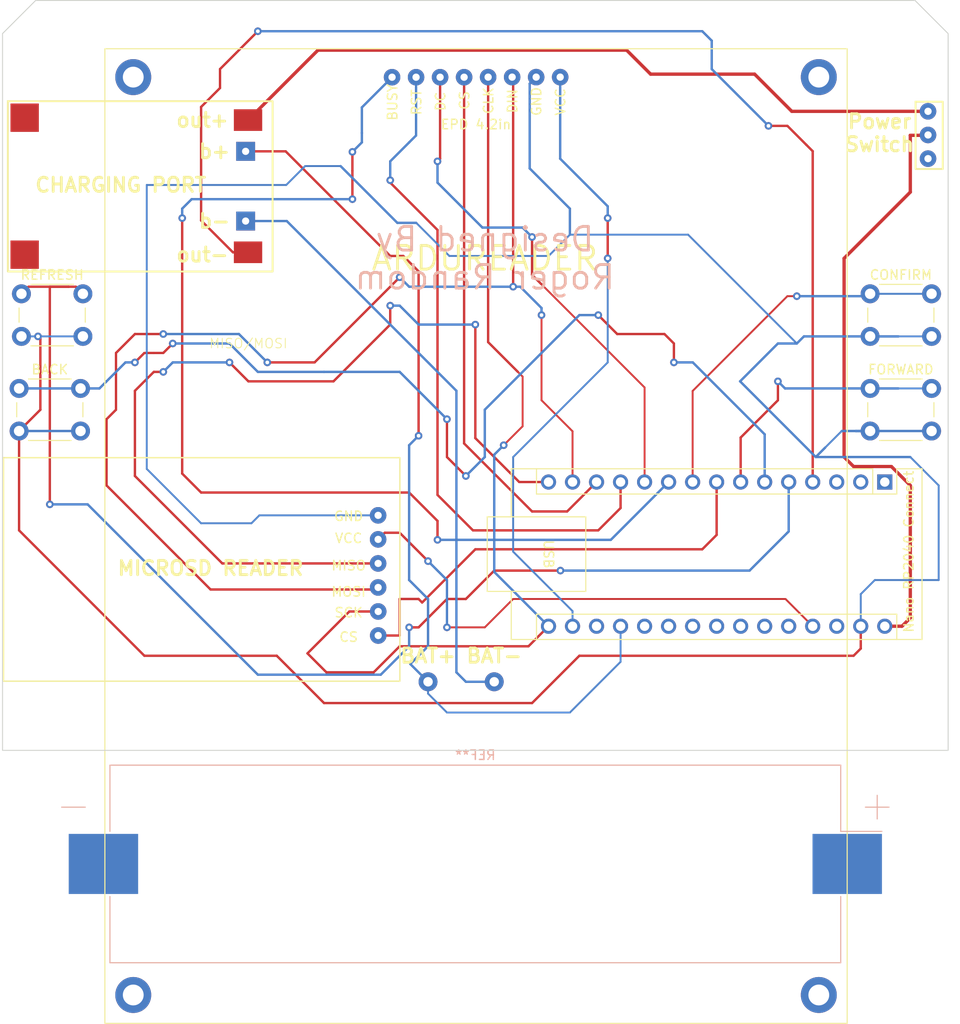
<source format=kicad_pcb>
(kicad_pcb (version 20211014) (generator pcbnew)
  (layers (0 "F.Cu" signal) (31 "B.Cu" signal) (34 "B.Paste" user) (35 "F.Paste" user) (36 "B.SilkS" user "B.Silkscreen") (37 "F.SilkS" user "F.Silkscreen") (38 "B.Mask" user) (39 "F.Mask" user) (44 "Edge.Cuts" user))
  (net 0 "")
  (footprint "" (layer "F.Cu") (at 66.34 52.138)
    (fp_text reference "" (at 0 0) (layer "F.SilkS") (effects (font (size 1.27 1.27))))
    (fp_text value "" (at 0 0) (layer "F.SilkS") (effects (font (size 1.27 1.27))))
    (pad "1" smd rect (at 0 0) (size 3 3) (layers "F.Cu" "F.Paste" "F.Mask"))
  )
  (footprint "" (layer "F.Cu") (at 109 111.75)
    (fp_text reference "" (at 0 0) (layer "F.SilkS") (effects (font (size 1.27 1.27))))
    (fp_text value "" (at 0 0) (layer "F.SilkS") (effects (font (size 1.27 1.27))))
    (pad "1" thru_hole circle locked (at 0 0 270) (size 2 2) (drill 1) (layers *.Cu *.Mask))
  )
  (footprint "" (layer "F.Cu") (at 66.34 66.616)
    (fp_text reference "" (at 0 0) (layer "F.SilkS") (effects (font (size 1.27 1.27))))
    (fp_text value "" (at 0 0) (layer "F.SilkS") (effects (font (size 1.27 1.27))))
    (pad "1" smd rect (at 0 0) (size 3 3) (layers "F.Cu" "F.Paste" "F.Mask"))
  )
  (footprint "" (layer "F.Cu") (at 103.72 96.702 -90)
    (fp_text reference "" (at 0 0 90) (layer "F.SilkS") (effects (font (size 1.27 1.27))))
    (fp_text value "" (at 0 0 90) (layer "F.SilkS") (effects (font (size 1.27 1.27))))
    (pad "2" thru_hole circle locked (at 0 0 270) (size 1.75 1.75) (drill 0.762) (layers F&B.Cu *.Mask))
  )
  (footprint "" (layer "F.Cu") (at 89.708 63.06 180)
    (fp_text reference "" (at 0 0) (layer "F.SilkS") (effects (font (size 1.27 1.27))))
    (fp_text value "" (at 0 0) (layer "F.SilkS") (effects (font (size 1.27 1.27))))
    (pad "1" thru_hole rect (at 0 0 180) (size 2 2) (drill 0.762) (layers F&B.Cu *.Mask))
  )
  (footprint "" (layer "F.Cu") (at 89.962 66.362)
    (fp_text reference "" (at 0 0) (layer "F.SilkS") (effects (font (size 1.27 1.27))))
    (fp_text value "" (at 0 0) (layer "F.SilkS") (effects (font (size 1.27 1.27))))
    (pad "1" smd rect (at 0 0) (size 3 2.286) (layers "F.Cu" "F.Paste" "F.Mask"))
  )
  (footprint "" (layer "F.Cu") (at 103.72 99.242 -90)
    (fp_text reference "" (at 0 0 90) (layer "F.SilkS") (effects (font (size 1.27 1.27))))
    (fp_text value "" (at 0 0 90) (layer "F.SilkS") (effects (font (size 1.27 1.27))))
    (pad "3" thru_hole circle locked (at 0 0 270) (size 1.75 1.75) (drill 0.762) (layers F&B.Cu *.Mask))
  )
  (footprint "" (layer "F.Cu") (at 103.73 104.322 -90)
    (fp_text reference "" (at 0 0 90) (layer "F.SilkS") (effects (font (size 1.27 1.27))))
    (fp_text value "" (at 0 0 90) (layer "F.SilkS") (effects (font (size 1.27 1.27))))
    (pad "5" thru_hole circle locked (at 0 0 270) (size 1.75 1.75) (drill 0.762) (layers F&B.Cu *.Mask))
  )
  (footprint "" (layer "F.Cu") (at 103.72 94.162 -90)
    (fp_text reference "" (at 0 0 90) (layer "F.SilkS") (effects (font (size 1.27 1.27))))
    (fp_text value "" (at 0 0 90) (layer "F.SilkS") (effects (font (size 1.27 1.27))))
    (pad "1" thru_hole circle locked (at 0 0 270) (size 1.75 1.75) (drill 0.762) (layers F&B.Cu *.Mask))
  )
  (footprint "Display:EPD 4.2in" (layer "F.Cu") (at 114.074 96.35 180)
    (fp_text reference "EPD 4.2in" (at 0.01 43.5 unlocked) (layer "F.SilkS"))
    (fp_text value "EPD 4.2in")
    (fp_text user "GND" (at -6.392858 45.93 90 unlocked) (layer "F.SilkS"))
    (fp_text user "VCC" (at -8.93 45.88 90 unlocked) (layer "F.SilkS"))
    (fp_text user "DC" (at 3.75571 45.93 90 unlocked) (layer "F.SilkS"))
    (fp_text user "CS" (at 1.218568 46.04 90 unlocked) (layer "F.SilkS"))
    (fp_text user "BUSY" (at 8.83 45.84 90 unlocked) (layer "F.SilkS"))
    (fp_text user "DIN" (at -3.855716 45.96 90 unlocked) (layer "F.SilkS"))
    (fp_text user "CLK" (at -1.318574 46.01 90 unlocked) (layer "F.SilkS"))
    (fp_text user "RST" (at 6.292852 45.84 90 unlocked) (layer "F.SilkS"))
    (fp_rect (start -39.25 -51.5) (end 39.25 51.5) (layer "F.SilkS") (width 0.12) (fill none))
    (pad "" thru_hole circle (at -36.25 48.5 180) (size 3.8 3.8) (drill 2.2) (layers F&B.Cu *.Mask))
    (pad "" thru_hole circle (at -36.25 -48.5 180) (size 3.8 3.8) (drill 2.2) (layers F&B.Cu *.Mask))
    (pad "" thru_hole circle (at 36.25 48.5 180) (size 3.8 3.8) (drill 2.2) (layers F&B.Cu *.Mask))
    (pad "" thru_hole circle (at 36.25 -48.5 180) (size 3.8 3.8) (drill 2.2) (layers F&B.Cu *.Mask))
    (pad "1" thru_hole circle (at -8.9 48.5 180) (size 1.75 1.75) (drill 0.768) (layers F&B.Cu *.Mask "Eco2.User"))
    (pad "2" thru_hole circle (at -6.36 48.5 180) (size 1.75 1.75) (drill 0.768) (layers F&B.Cu *.Mask "Eco2.User"))
    (pad "3" thru_hole circle (at -3.82 48.5 180) (size 1.75 1.75) (drill 0.768) (layers F&B.Cu *.Mask "Eco2.User"))
    (pad "4" thru_hole circle (at -1.28 48.5 180) (size 1.75 1.75) (drill 0.768) (layers F&B.Cu *.Mask "Eco2.User"))
    (pad "5" thru_hole circle (at 1.26 48.49 180) (size 1.75 1.75) (drill 0.768) (layers F&B.Cu *.Mask "Eco2.User"))
    (pad "6" thru_hole circle (at 3.8 48.49 180) (size 1.75 1.75) (drill 0.768) (layers F&B.Cu *.Mask "Eco2.User"))
    (pad "7" thru_hole circle (at 6.34 48.49 180) (size 1.75 1.75) (drill 0.768) (layers F&B.Cu *.Mask "Eco2.User"))
    (pad "8" thru_hole circle (at 8.88 48.49 180) (size 1.75 1.75) (drill 0.768) (layers F&B.Cu *.Mask "Eco2.User"))
  )
  (footprint "Button_Switch_THT:SW_PUSH_6mm" (layer "F.Cu") (at 65.75 80.75)
    (fp_text reference "BACK" (at 3.25 -2) (layer "F.SilkS"))
    (fp_text value "SW_PUSH_6mm")
    (fp_line (start 5.5 -1) (end 1 -1) (layer "F.SilkS") (width 0.12))
    (fp_line (start 1 5.5) (end 5.5 5.5) (layer "F.SilkS") (width 0.12))
    (fp_line (start -0.25 1.5) (end -0.25 3) (layer "F.SilkS") (width 0.12))
    (fp_line (start 6.75 3) (end 6.75 1.5) (layer "F.SilkS") (width 0.12))
    (pad "1" thru_hole circle (at 6.5 0 90) (size 2 2) (drill 1.1) (layers *.Cu *.Mask))
    (pad "1" thru_hole circle (at 0 0 90) (size 2 2) (drill 1.1) (layers *.Cu *.Mask))
    (pad "2" thru_hole circle (at 6.5 4.5 90) (size 2 2) (drill 1.1) (layers *.Cu *.Mask))
    (pad "2" thru_hole circle (at 0 4.5 90) (size 2 2) (drill 1.1) (layers *.Cu *.Mask))
  )
  (footprint "" (layer "F.Cu") (at 161.875 51.464)
    (fp_text reference "" (at 0 0) (layer "F.SilkS") (effects (font (size 1.27 1.27))))
    (fp_text value "" (at 0 0) (layer "F.SilkS") (effects (font (size 1.27 1.27))))
    (pad "1" thru_hole circle (at 0 0) (size 1.75 1.75) (drill 0.768) (layers F&B.Cu *.Mask "Eco2.User"))
  )
  (footprint "Button_Switch_THT:SW_PUSH_6mm" (layer "F.Cu") (at 66 70.75)
    (fp_text reference "REFRESH" (at 3.25 -2) (layer "F.SilkS"))
    (fp_text value "SW_PUSH_6mm")
    (fp_line (start 5.5 -1) (end 1 -1) (layer "F.SilkS") (width 0.12))
    (fp_line (start 1 5.5) (end 5.5 5.5) (layer "F.SilkS") (width 0.12))
    (fp_line (start -0.25 1.5) (end -0.25 3) (layer "F.SilkS") (width 0.12))
    (fp_line (start 6.75 3) (end 6.75 1.5) (layer "F.SilkS") (width 0.12))
    (pad "1" thru_hole circle (at 0 0 90) (size 2 2) (drill 1.1) (layers F&B.Cu *.Mask))
    (pad "1" thru_hole circle (at 6.5 0 90) (size 2 2) (drill 1.1) (layers F&B.Cu *.Mask))
    (pad "2" thru_hole circle (at 6.5 4.5 90) (size 2 2) (drill 1.1) (layers F&B.Cu *.Mask))
    (pad "2" thru_hole circle (at 0 4.5 90) (size 2 2) (drill 1.1) (layers F&B.Cu *.Mask))
  )
  (footprint "" (layer "F.Cu") (at 116 111.75)
    (fp_text reference "" (at -2 0) (layer "F.SilkS") (effects (font (size 1.27 1.27))))
    (fp_text value "" (at -2 0) (layer "F.SilkS") (effects (font (size 1.27 1.27))))
    (pad "2" thru_hole circle locked (at 0 0 270) (size 2 2) (drill 1) (layers *.Cu *.Mask))
  )
  (footprint "Button_Switch_THT:SW_PUSH_6mm" (layer "F.Cu") (at 155.75 80.75)
    (fp_text reference "FORWARD" (at 3.25 -2) (layer "F.SilkS"))
    (fp_text value "SW_PUSH_6mm")
    (fp_line (start -0.25 1.5) (end -0.25 3) (layer "F.SilkS") (width 0.12))
    (fp_line (start 5.5 -1) (end 1 -1) (layer "F.SilkS") (width 0.12))
    (fp_line (start 6.75 3) (end 6.75 1.5) (layer "F.SilkS") (width 0.12))
    (fp_line (start 1 5.5) (end 5.5 5.5) (layer "F.SilkS") (width 0.12))
    (pad "1" thru_hole circle (at 6.5 0 90) (size 2 2) (drill 1.1) (layers F&B.Cu *.Mask))
    (pad "1" thru_hole circle (at 0 0 90) (size 2 2) (drill 1.1) (layers F&B.Cu *.Mask))
    (pad "2" thru_hole circle (at 6.5 4.5 90) (size 2 2) (drill 1.1) (layers F&B.Cu *.Mask))
    (pad "2" thru_hole circle (at 0 4.5 90) (size 2 2) (drill 1.1) (layers F&B.Cu *.Mask))
  )
  (footprint "" (layer "F.Cu") (at 103.72 101.782 -90)
    (fp_text reference "" (at 0 0 90) (layer "F.SilkS") (effects (font (size 1.27 1.27))))
    (fp_text value "" (at 0 0 90) (layer "F.SilkS") (effects (font (size 1.27 1.27))))
    (pad "4" thru_hole circle locked (at 0 0 270) (size 1.75 1.75) (drill 0.762) (layers F&B.Cu *.Mask))
  )
  (footprint "" (layer "F.Cu") (at 103.73 106.862 -90)
    (fp_text reference "" (at 0 0 90) (layer "F.SilkS") (effects (font (size 1.27 1.27))))
    (fp_text value "" (at 0 0 90) (layer "F.SilkS") (effects (font (size 1.27 1.27))))
    (pad "6" thru_hole circle locked (at 0 0 270) (size 1.75 1.75) (drill 0.762) (layers F&B.Cu *.Mask))
  )
  (footprint "Module:Arduino_Nano" (layer "F.Cu") (at 157.3 90.64 -90)
    (fp_text reference "Nano RP2040 Connect" (at 7.356 -2.54 90) (layer "F.SilkS"))
    (fp_text value "Arduino_Nano")
    (fp_text user "USB" (at 7.62 35.56 -90 unlocked) (layer "F.SilkS"))
    (fp_line (start 13.97 -1.27) (end 16.64 -1.27) (layer "F.SilkS") (width 0.12))
    (fp_line (start 13.97 36.83) (end 16.64 36.83) (layer "F.SilkS") (width 0.12))
    (fp_line (start 3.68 31.62) (end 11.56 31.62) (layer "F.SilkS") (width 0.12))
    (fp_line (start 13.97 -1.27) (end 13.97 36.83) (layer "F.SilkS") (width 0.12))
    (fp_line (start -1.4 -3.94) (end -1.4 -1.27) (layer "F.SilkS") (width 0.12))
    (fp_line (start 1.27 1.27) (end 1.27 36.83) (layer "F.SilkS") (width 0.12))
    (fp_line (start 11.56 31.62) (end 11.56 42.04) (layer "F.SilkS") (width 0.12))
    (fp_line (start -1.4 1.27) (end -1.4 39.5) (layer "F.SilkS") (width 0.12))
    (fp_line (start 1.27 36.83) (end -1.4 36.83) (layer "F.SilkS") (width 0.12))
    (fp_line (start 1.27 1.27) (end 1.27 -1.27) (layer "F.SilkS") (width 0.12))
    (fp_line (start -1.4 39.5) (end 3.68 39.5) (layer "F.SilkS") (width 0.12))
    (fp_line (start 11.56 42.04) (end 3.68 42.04) (layer "F.SilkS") (width 0.12))
    (fp_line (start 1.27 1.27) (end -1.4 1.27) (layer "F.SilkS") (width 0.12))
    (fp_line (start 1.27 -1.27) (end -1.4 -1.27) (layer "F.SilkS") (width 0.12))
    (fp_line (start 16.64 39.5) (end 16.64 -3.94) (layer "F.SilkS") (width 0.12))
    (fp_line (start 3.68 42.04) (end 3.68 31.62) (layer "F.SilkS") (width 0.12))
    (fp_line (start 16.64 39.5) (end 11.56 39.5) (layer "F.SilkS") (width 0.12))
    (fp_line (start 16.64 -3.94) (end -1.4 -3.94) (layer "F.SilkS") (width 0.12))
    (pad "1" thru_hole rect locked (at 0 0 270) (size 1.6 1.6) (drill 1) (layers F&B.Cu *.Mask))
    (pad "2" thru_hole oval locked (at 0 2.54 270) (size 1.6 1.6) (drill 1) (layers F&B.Cu *.Mask))
    (pad "3" thru_hole oval locked (at 0 5.08 270) (size 1.6 1.6) (drill 1) (layers F&B.Cu *.Mask))
    (pad "4" thru_hole oval locked (at 0 7.62 270) (size 1.6 1.6) (drill 1) (layers F&B.Cu *.Mask))
    (pad "5" thru_hole oval locked (at 0 10.16 270) (size 1.6 1.6) (drill 1) (layers F&B.Cu *.Mask))
    (pad "6" thru_hole oval locked (at 0 12.7 270) (size 1.6 1.6) (drill 1) (layers F&B.Cu *.Mask))
    (pad "7" thru_hole oval locked (at 0 15.24 270) (size 1.6 1.6) (drill 1) (layers F&B.Cu *.Mask))
    (pad "8" thru_hole oval locked (at 0 17.78 270) (size 1.6 1.6) (drill 1) (layers F&B.Cu *.Mask))
    (pad "9" thru_hole oval locked (at 0 20.32 270) (size 1.6 1.6) (drill 1) (layers F&B.Cu *.Mask))
    (pad "10" thru_hole oval locked (at 0 22.86 270) (size 1.6 1.6) (drill 1) (layers F&B.Cu *.Mask))
    (pad "11" thru_hole oval locked (at 0 25.4 270) (size 1.6 1.6) (drill 1) (layers F&B.Cu *.Mask))
    (pad "12" thru_hole oval locked (at 0 27.94 270) (size 1.6 1.6) (drill 1) (layers F&B.Cu *.Mask))
    (pad "13" thru_hole oval locked (at 0 30.48 270) (size 1.6 1.6) (drill 1) (layers F&B.Cu *.Mask))
    (pad "14" thru_hole oval locked (at 0 33.02 270) (size 1.6 1.6) (drill 1) (layers F&B.Cu *.Mask))
    (pad "15" thru_hole oval locked (at 0 35.56 270) (size 1.6 1.6) (drill 1) (layers F&B.Cu *.Mask))
    (pad "16" thru_hole oval locked (at 15.24 35.56 270) (size 1.6 1.6) (drill 1) (layers F&B.Cu *.Mask))
    (pad "17" thru_hole oval locked (at 15.24 33.02 270) (size 1.6 1.6) (drill 1) (layers F&B.Cu *.Mask))
    (pad "18" thru_hole oval locked (at 15.24 30.48 270) (size 1.6 1.6) (drill 1) (layers F&B.Cu *.Mask))
    (pad "19" thru_hole oval locked (at 15.24 27.94 270) (size 1.6 1.6) (drill 1) (layers F&B.Cu *.Mask))
    (pad "20" thru_hole oval locked (at 15.24 25.4 270) (size 1.6 1.6) (drill 1) (layers F&B.Cu *.Mask))
    (pad "21" thru_hole oval locked (at 15.24 22.86 270) (size 1.6 1.6) (drill 1) (layers F&B.Cu *.Mask))
    (pad "22" thru_hole oval locked (at 15.24 20.32 270) (size 1.6 1.6) (drill 1) (layers F&B.Cu *.Mask))
    (pad "23" thru_hole oval locked (at 15.24 17.78 270) (size 1.6 1.6) (drill 1) (layers F&B.Cu *.Mask))
    (pad "24" thru_hole oval locked (at 15.24 15.24 270) (size 1.6 1.6) (drill 1) (layers F&B.Cu *.Mask))
    (pad "25" thru_hole oval locked (at 15.24 12.7 270) (size 1.6 1.6) (drill 1) (layers F&B.Cu *.Mask))
    (pad "26" thru_hole oval locked (at 15.24 10.16 270) (size 1.6 1.6) (drill 1) (layers F&B.Cu *.Mask))
    (pad "27" thru_hole oval locked (at 15.24 7.62 270) (size 1.6 1.6) (drill 1) (layers F&B.Cu *.Mask))
    (pad "28" thru_hole oval locked (at 15.24 5.08 270) (size 1.6 1.6) (drill 1) (layers F&B.Cu *.Mask))
    (pad "29" thru_hole oval locked (at 15.24 2.54 270) (size 1.6 1.6) (drill 1) (layers F&B.Cu *.Mask))
    (pad "30" thru_hole oval locked (at 15.24 0 270) (size 1.6 1.6) (drill 1) (layers F&B.Cu *.Mask))
  )
  (footprint "" (layer "F.Cu") (at 161.875 56.464)
    (fp_text reference "" (at 0 0) (layer "F.SilkS") (effects (font (size 1.27 1.27))))
    (fp_text value "" (at 0 0) (layer "F.SilkS") (effects (font (size 1.27 1.27))))
    (pad "3" thru_hole circle (at 0 0) (size 1.75 1.75) (drill 0.768) (layers F&B.Cu *.Mask "Eco2.User"))
  )
  (footprint "" (layer "F.Cu") (at 161.875 53.964)
    (fp_text reference "" (at 0 0) (layer "F.SilkS") (effects (font (size 1.27 1.27))))
    (fp_text value "" (at 0 0) (layer "F.SilkS") (effects (font (size 1.27 1.27))))
    (pad "2" thru_hole circle (at 0 0) (size 1.75 1.75) (drill 0.768) (layers F&B.Cu *.Mask "Eco2.User"))
  )
  (footprint "" (layer "F.Cu") (at 89.962 52.392 180)
    (fp_text reference "" (at 0 0) (layer "F.SilkS") (effects (font (size 1.27 1.27))))
    (fp_text value "" (at 0 0) (layer "F.SilkS") (effects (font (size 1.27 1.27))))
    (pad "1" smd rect (at 0 0) (size 3 2.286) (layers "F.Cu" "F.Paste" "F.Mask"))
  )
  (footprint "" (layer "F.Cu") (at 89.708 55.694 180)
    (fp_text reference "" (at 0 0) (layer "F.SilkS") (effects (font (size 1.27 1.27))))
    (fp_text value "" (at 0 0) (layer "F.SilkS") (effects (font (size 1.27 1.27))))
    (pad "1" thru_hole rect (at 0 0 180) (size 2 2) (drill 0.762) (layers F&B.Cu *.Mask))
  )
  (footprint "Button_Switch_THT:SW_PUSH_6mm" (layer "F.Cu") (at 155.75 70.75)
    (fp_text reference "CONFIRM" (at 3.25 -2) (layer "F.SilkS"))
    (fp_text value "SW_PUSH_6mm")
    (fp_line (start 1 5.5) (end 5.5 5.5) (layer "F.SilkS") (width 0.12))
    (fp_line (start 5.5 -1) (end 1 -1) (layer "F.SilkS") (width 0.12))
    (fp_line (start 6.75 3) (end 6.75 1.5) (layer "F.SilkS") (width 0.12))
    (fp_line (start -0.25 1.5) (end -0.25 3) (layer "F.SilkS") (width 0.12))
    (pad "1" thru_hole circle (at 0 0 90) (size 2 2) (drill 1.1) (layers F&B.Cu *.Mask))
    (pad "1" thru_hole circle (at 6.5 0 90) (size 2 2) (drill 1.1) (layers F&B.Cu *.Mask))
    (pad "2" thru_hole circle (at 0 4.5 90) (size 2 2) (drill 1.1) (layers F&B.Cu *.Mask))
    (pad "2" thru_hole circle (at 6.5 4.5 90) (size 2 2) (drill 1.1) (layers F&B.Cu *.Mask))
  )
  (footprint "Battery:BatteryHolder_Keystone_1042_1x18650" (layer "B.Cu") (at 114 131 180)
    (fp_text reference "REF**" (at 0 11.5) (layer "B.SilkS") (effects (justify mirror)))
    (fp_text value "BatteryHolder_Keystone_1042_1x18650")
    (fp_line (start -38.64 3.44) (end -43 3.44) (layer "B.SilkS") (width 0.12))
    (fp_line (start -38.64 -10.44) (end -38.64 -3.44) (layer "B.SilkS") (width 0.12))
    (fp_line (start -42.5 4.75) (end -42.5 7.25) (layer "B.SilkS") (width 0.12))
    (fp_line (start 38.64 -10.44) (end -38.64 -10.44) (layer "B.SilkS") (width 0.12))
    (fp_line (start -43.75 6) (end -41.25 6) (layer "B.SilkS") (width 0.12))
    (fp_line (start -38.64 10.44) (end -38.64 3.44) (layer "B.SilkS") (width 0.12))
    (fp_line (start 38.64 10.44) (end -38.64 10.44) (layer "B.SilkS") (width 0.12))
    (fp_line (start 43.75 6) (end 41.25 6) (layer "B.SilkS") (width 0.12))
    (fp_line (start 38.64 -3.44) (end 38.64 -10.44) (layer "B.SilkS") (width 0.12))
    (fp_line (start 38.64 3.44) (end 38.64 10.42) (layer "B.SilkS") (width 0.12))
    (pad "" np_thru_hole circle (at -27.6 -8 180) (size 3.45 3.45) (drill 3.45) (layers *.Cu *.Mask))
    (pad "" np_thru_hole circle (at 27.6 8 180) (size 3.45 3.45) (drill 3.45) (layers *.Cu *.Mask))
    (pad "" np_thru_hole circle (at -35.93 8 180) (size 2.39 2.39) (drill 2.39) (layers *.Cu *.Mask))
    (pad "1" smd rect (at -39.33 0 180) (size 7.34 6.35) (layers "B.Cu" "B.Paste" "B.Mask"))
    (pad "2" smd rect (at 39.33 0 180) (size 7.34 6.35) (layers "B.Cu" "B.Paste" "B.Mask"))
  )
  (gr_rect (start 64.11 88.066) (end 106.02 111.688) (layer "F.SilkS") (width 0.15) (fill none))
  (gr_rect (start 64.562 68.394) (end 92.562 50.394) (layer "F.SilkS") (width 0.2) (fill none))
  (gr_rect (start 160.56 50.448) (end 163.43 57.56) (layer "F.SilkS") (width 0.2) (fill none))
  (gr_poly (pts (xy 164 43.25) (xy 164 119) (xy 64 119) (xy 64 43.25) (xy 67.5 39.75) (xy 160.5 39.75)) (layer "Edge.Cuts") (width 0.1) (fill none))
  (gr_text "Designed By\nRoger Random" (at 115 67) (layer "B.SilkS") (effects (font (size 2.5 2.5) (thickness 0.3)) (justify mirror)))
  (gr_text "CS" (at 100.6 107.022) (layer "F.SilkS") (effects (font (size 1 1))))
  (gr_text "ARDUREADER" (at 115 67) (layer "F.SilkS") (effects (font (size 2.5 2.5) (thickness 0.3))))
  (gr_text "GND" (at 100.6 94.252) (layer "F.SilkS") (effects (font (size 1 1))))
  (gr_text "b+" (at 86.406 55.694) (layer "F.SilkS") (effects (font (size 1.5 1.5) (thickness 0.3))))
  (gr_text "VCC" (at 100.6 96.582) (layer "F.SilkS") (effects (font (size 1 1))))
  (gr_text "out+" (at 85.136 52.392) (layer "F.SilkS") (effects (font (size 1.5 1.5) (thickness 0.3))))
  (gr_text "MICROSD READER" (at 86 99.75) (layer "F.SilkS") (effects (font (size 1.5 1.5) (thickness 0.3))))
  (gr_text "BAT+" (at 109 109) (layer "F.SilkS") (effects (font (size 1.5 1.5) (thickness 0.3))))
  (gr_text "b-" (at 86.406 63.06) (layer "F.SilkS") (effects (font (size 1.5 1.5) (thickness 0.3))))
  (gr_text "CHARGING PORT" (at 76.5 59.25) (layer "F.SilkS") (effects (font (size 1.5 1.5) (thickness 0.3))))
  (gr_text "out-" (at 85.136 66.616) (layer "F.SilkS") (effects (font (size 1.5 1.5) (thickness 0.3))))
  (gr_text "MISO" (at 100.6 99.472) (layer "F.SilkS") (effects (font (size 1 1))))
  (gr_text "MISO/MOSI" (at 90 76) (layer "F.SilkS") (effects (font (size 1 1) (thickness 0.1))))
  (gr_text "Power\nSwitch" (at 156.75 53.75) (layer "F.SilkS") (effects (font (size 1.5 1.5) (thickness 0.3))))
  (gr_text "MOSI" (at 100.6 102.242) (layer "F.SilkS") (effects (font (size 1 1))))
  (gr_text "SCK" (at 100.6 104.442) (layer "F.SilkS") (effects (font (size 1 1))))
  (gr_text "BAT-" (at 116 109) (layer "F.SilkS") (effects (font (size 1.5 1.5) (thickness 0.3))))
  (segment (start 147 53) (end 145 53) (width 0.25) (layer "F.Cu") (net 0))
  (segment (start 106 103) (end 106 106.862) (width 0.25) (layer "F.Cu") (net 0))
  (segment (start 81 75) (end 78 75) (width 0.25) (layer "F.Cu") (net 0))
  (segment (start 83 89.75) (end 85 91.75) (width 0.25) (layer "F.Cu") (net 0))
  (segment (start 115.354 75.854) (end 118.5 79) (width 0.25) (layer "F.Cu") (net 0))
  (segment (start 81 77) (end 82 76) (width 0.25) (layer "F.Cu") (net 0))
  (segment (start 76 83) (end 75 84) (width 0.25) (layer "F.Cu") (net 0))
  (segment (start 127 95.75) (end 129.36 93.39) (width 0.25) (layer "F.Cu") (net 0))
  (segment (start 154.76 108.24) (end 154.76 105.88) (width 0.25) (layer "F.Cu") (net 0))
  (segment (start 161.839 54) (end 160 54) (width 0.35) (layer "F.Cu") (net 0))
  (segment (start 80 79) (end 81 79) (width 0.25) (layer "F.Cu") (net 0))
  (segment (start 113.75 95.75) (end 127 95.75) (width 0.25) (layer "F.Cu") (net 0))
  (segment (start 153 88) (end 154 89) (width 0.35) (layer "F.Cu") (net 0))
  (segment (start 160 54) (end 160 60) (width 0.35) (layer "F.Cu") (net 0))
  (segment (start 110.274 56.476) (end 110 56.75) (width 0.25) (layer "F.Cu") (net 0))
  (segment (start 91 43) (end 87 47) (width 0.25) (layer "F.Cu") (net 0))
  (segment (start 136.98 81.02) (end 147 71) (width 0.2) (layer "F.Cu") (net 0))
  (segment (start 112.814 86.564) (end 120 93.75) (width 0.25) (layer "F.Cu") (net 0))
  (segment (start 136.98 90.64) (end 136.98 81.02) (width 0.2) (layer "F.Cu") (net 0))
  (segment (start 111 84) (end 111 86) (width 0.25) (layer "F.Cu") (net 0))
  (segment (start 120 114) (end 125 109) (width 0.25) (layer "F.Cu") (net 0))
  (segment (start 123.71 93.75) (end 126.82 90.64) (width 0.25) (layer "F.Cu") (net 0))
  (segment (start 86 102) (end 103.502 102) (width 0.25) (layer "F.Cu") (net 0))
  (segment (start 106.375 66.75) (end 108 68.375) (width 0.25) (layer "F.Cu") (net 0))
  (segment (start 99 80) (end 90 80) (width 0.25) (layer "F.Cu") (net 0))
  (segment (start 79 109) (end 93 109) (width 0.25) (layer "F.Cu") (net 0))
  (segment (start 139.52 90.64) (end 139.52 96.23) (width 0.25) (layer "F.Cu") (net 0))
  (segment (start 110 64) (end 110 92) (width 0.25) (layer "F.Cu") (net 0))
  (segment (start 111 103) (end 113 103) (width 0.25) (layer "F.Cu") (net 0))
  (segment (start 114 86) (end 114 74) (width 0.25) (layer "F.Cu") (net 0))
  (segment (start 154 89) (end 158 89) (width 0.35) (layer "F.Cu") (net 0))
  (segment (start 103.72 99.242) (end 87.242 99.242) (width 0.25) (layer "F.Cu") (net 0))
  (segment (start 132.536 47.536) (end 143.536 47.536) (width 0.35) (layer "F.Cu") (net 0))
  (segment (start 83 62.75) (end 83 89.75) (width 0.25) (layer "F.Cu") (net 0))
  (segment (start 105 58.75) (end 105 59) (width 0.25) (layer "F.Cu") (net 0))
  (segment (start 71 70) (end 71.75 70) (width 0.25) (layer "F.Cu") (net 0))
  (segment (start 130 45) (end 132.536 47.536) (width 0.35) (layer "F.Cu") (net 0))
  (segment (start 131.9 80.65) (end 121 69.75) (width 0.2) (layer "F.Cu") (net 0))
  (segment (start 103.73 104.322) (end 100.678 104.322) (width 0.25) (layer "F.Cu") (net 0))
  (segment (start 109 99) (end 106 96) (width 0.25) (layer "F.Cu") (net 0))
  (segment (start 78 81) (end 80 79) (width 0.25) (layer "F.Cu") (net 0))
  (segment (start 65.75 85.25) (end 65.75 95.75) (width 0.25) (layer "F.Cu") (net 0))
  (segment (start 104.422 96) (end 103.72 96.702) (width 0.25) (layer "F.Cu") (net 0))
  (segment (start 124 85) (end 121 82) (width 0.2) (layer "F.Cu") (net 0))
  (segment (start 112.814 47.86) (end 112.814 86.564) (width 0.25) (layer "F.Cu") (net 0))
  (segment (start 129.36 93.39) (end 129.36 90.64) (width 0.25) (layer "F.Cu") (net 0))
  (segment (start 111 88) (end 113 90) (width 0.25) (layer "F.Cu") (net 0))
  (segment (start 114 97.75) (end 108.375 103.375) (width 0.25) (layer "F.Cu") (net 0))
  (segment (start 154 109) (end 154.76 108.24) (width 0.25) (layer "F.Cu") (net 0))
  (segment (start 119 79.5) (end 118.5 79) (width 0.2) (layer "F.Cu") (net 0))
  (segment (start 97.354 45) (end 130 45) (width 0.35) (layer "F.Cu") (net 0))
  (segment (start 75 91) (end 86 102) (width 0.25) (layer "F.Cu") (net 0))
  (segment (start 108 68.375) (end 108 85.75) (width 0.25) (layer "F.Cu") (net 0))
  (segment (start 149.68 90.64) (end 149.68 55.68) (width 0.25) (layer "F.Cu") (net 0))
  (segment (start 108 103) (end 106 103) (width 0.25) (layer "F.Cu") (net 0))
  (segment (start 106 69) (end 97 78) (width 0.25) (layer "F.Cu") (net 0))
  (segment (start 105 72) (end 105 74) (width 0.25) (layer "F.Cu") (net 0))
  (segment (start 158 89) (end 160 91) (width 0.35) (layer "F.Cu") (net 0))
  (segment (start 87 47) (end 87 49) (width 0.25) (layer "F.Cu") (net 0))
  (segment (start 76 77) (end 76 83) (width 0.25) (layer "F.Cu") (net 0))
  (segment (start 75 84) (end 75 91) (width 0.25) (layer "F.Cu") (net 0))
  (segment (start 118 103) (end 146.8 103) (width 0.2) (layer "F.Cu") (net 0))
  (segment (start 113 103) (end 116 100) (width 0.25) (layer "F.Cu") (net 0))
  (segment (start 78 75) (end 76 77) (width 0.25) (layer "F.Cu") (net 0))
  (segment (start 131.9 90.64) (end 131.9 80.65) (width 0.2) (layer "F.Cu") (net 0))
  (segment (start 149 55) (end 147 53) (width 0.25) (layer "F.Cu") (net 0))
  (segment (start 124.28 90.64) (end 124.28 85.28) (width 0.2) (layer "F.Cu") (net 0))
  (segment (start 118 47.956) (end 117.894 47.85) (width 0.25) (layer "F.Cu") (net 0))
  (segment (start 160 105) (end 159.12 105.88) (width 0.35) (layer "F.Cu") (net 0))
  (segment (start 110 94.75) (end 110 96.75) (width 0.25) (layer "F.Cu") (net 0))
  (segment (start 116 100) (end 123 100) (width 0.25) (layer "F.Cu") (net 0))
  (segment (start 147 71) (end 148 71) (width 0.2) (layer "F.Cu") (net 0))
  (segment (start 93 109) (end 98 114) (width 0.25) (layer "F.Cu") (net 0))
  (segment (start 105 66.75) (end 106.375 66.75) (width 0.25) (layer "F.Cu") (net 0))
  (segment (start 119.62 108) (end 121.74 105.88) (width 0.25) (layer "F.Cu") (net 0))
  (segment (start 105 59) (end 110 64) (width 0.25) (layer "F.Cu") (net 0))
  (segment (start 98 114) (end 120 114) (width 0.25) (layer "F.Cu") (net 0))
  (segment (start 89.962 52.392) (end 97.354 45) (width 0.35) (layer "F.Cu") (net 0))
  (segment (start 69 70) (end 71 70) (width 0.25) (layer "F.Cu") (net 0))
  (segment (start 107 91.75) (end 110 94.75) (width 0.25) (layer "F.Cu") (net 0))
  (segment (start 149.68 55.68) (end 149 55) (width 0.25) (layer "F.Cu") (net 0))
  (segment (start 66.75 70) (end 66 70.75) (width 0.25) (layer "F.Cu") (net 0))
  (segment (start 115.354 47.85) (end 115.354 75.854) (width 0.25) (layer "F.Cu") (net 0))
  (segment (start 128 62.75) (end 128 67) (width 0.25) (layer "F.Cu") (net 0))
  (segment (start 117 86.75) (end 119 84.75) (width 0.2) (layer "F.Cu") (net 0))
  (segment (start 143.536 47.536) (end 147.464 51.464) (width 0.35) (layer "F.Cu") (net 0))
  (segment (start 68 75.5) (end 67.75 75.25) (width 0.25) (layer "F.Cu") (net 0))
  (segment (start 147.464 51.464) (end 161.875 51.464) (width 0.35) (layer "F.Cu") (net 0))
  (segment (start 96.25 108.75) (end 98.25 110.75) (width 0.25) (layer "F.Cu") (net 0))
  (segment (start 107 106) (end 108 106) (width 0.25) (layer "F.Cu") (net 0))
  (segment (start 100.678 104.322) (end 96.25 108.75) (width 0.25) (layer "F.Cu") (net 0))
  (segment (start 89.708 55.694) (end 93.944 55.694) (width 0.25) (layer "F.Cu") (net 0))
  (segment (start 87.242 99.242) (end 78 90) (width 0.25) (layer "F.Cu") (net 0))
  (segment (start 93.944 55.694) (end 105 66.75) (width 0.25) (layer "F.Cu") (net 0))
  (segment (start 111 106) (end 115 106) (width 0.2) (layer "F.Cu") (net 0))
  (segment (start 98.25 110.75) (end 103.25 110.75) (width 0.25) (layer "F.Cu") (net 0))
  (segment (start 97 78) (end 92 78) (width 0.25) (layer "F.Cu") (net 0))
  (segment (start 159.12 105.88) (end 157.3 105.88) (width 0.35) (layer "F.Cu") (net 0))
  (segment (start 110 92) (end 113.75 95.75) (width 0.25) (layer "F.Cu") (net 0))
  (segment (start 121 69.75) (end 120 68.75) (width 0.25) (layer "F.Cu") (net 0))
  (segment (start 101 55.75) (end 101 57.75) (width 0.25) (layer "F.Cu") (net 0))
  (segment (start 78 90) (end 78 81) (width 0.25) (layer "F.Cu") (net 0))
  (segment (start 146.8 103) (end 149.68 105.88) (width 0.2) (layer "F.Cu") (net 0))
  (segment (start 79 77) (end 80 77) (width 0.25) (layer "F.Cu") (net 0))
  (segment (start 85 63) (end 88.362 66.362) (width 0.25) (layer "F.Cu") (net 0))
  (segment (start 129 75) (end 127 73) (width 0.25) (layer "F.Cu") (net 0))
  (segment (start 120 93.75) (end 123.71 93.75) (width 0.25) (layer "F.Cu") (net 0))
  (segment (start 135 78) (end 135 76) (width 0.25) (layer "F.Cu") (net 0))
  (segment (start 160 60) (end 153 67) (width 0.35) (layer "F.Cu") (net 0))
  (segment (start 121 82) (end 121 73) (width 0.2) (layer "F.Cu") (net 0))
  (segment (start 108 106) (end 111 103) (width 0.25) (layer "F.Cu") (net 0))
  (segment (start 138 97.75) (end 114 97.75) (width 0.25) (layer "F.Cu") (net 0))
  (segment (start 134 75) (end 129 75) (width 0.25) (layer "F.Cu") (net 0))
  (segment (start 78 78) (end 79 77) (width 0.25) (layer "F.Cu") (net 0))
  (segment (start 103.502 102) (end 103.72 101.782) (width 0.25) (layer "F.Cu") (net 0))
  (segment (start 111 86) (end 111 88) (width 0.25) (layer "F.Cu") (net 0))
  (segment (start 146 80) (end 146 82) (width 0.25) (layer "F.Cu") (net 0))
  (segment (start 135 76) (end 134 75) (width 0.25) (layer "F.Cu") (net 0))
  (segment (start 90 80) (end 88 78) (width 0.25) (layer "F.Cu") (net 0))
  (segment (start 160 91) (end 160 105) (width 0.35) (layer "F.Cu") (net 0))
  (segment (start 87 49) (end 85 51) (width 0.25) (layer "F.Cu") (net 0))
  (segment (start 120 68.75) (end 120 64.75) (width 0.25) (layer "F.Cu") (net 0))
  (segment (start 142.06 85.94) (end 142.06 90.64) (width 0.25) (layer "F.Cu") (net 0))
  (segment (start 106 96) (end 104.422 96) (width 0.25) (layer "F.Cu") (net 0))
  (segment (start 118 70) (end 118 47.956) (width 0.25) (layer "F.Cu") (net 0))
  (segment (start 71.75 70) (end 72.5 70.75) (width 0.25) (layer "F.Cu") (net 0))
  (segment (start 106 108) (end 119.62 108) (width 0.25) (layer "F.Cu") (net 0))
  (segment (start 139.52 96.23) (end 138 97.75) (width 0.25) (layer "F.Cu") (net 0))
  (segment (start 118.64 90.64) (end 114 86) (width 0.25) (layer "F.Cu") (net 0))
  (segment (start 125 109) (end 154 109) (width 0.25) (layer "F.Cu") (net 0))
  (segment (start 108.375 103.375) (end 108 103) (width 0.25) (layer "F.Cu") (net 0))
  (segment (start 119 84.75) (end 119 79.5) (width 0.2) (layer "F.Cu") (net 0))
  (segment (start 65.75 85.25) (end 68 83) (width 0.25) (layer "F.Cu") (net 0))
  (segment (start 110.274 47.86) (end 110.274 56.476) (width 0.25) (layer "F.Cu") (net 0))
  (segment (start 105 74) (end 99 80) (width 0.25) (layer "F.Cu") (net 0))
  (segment (start 68 83) (end 68 75.5) (width 0.25) (layer "F.Cu") (net 0))
  (segment (start 106 106.862) (end 103.73 106.862) (width 0.25) (layer "F.Cu") (net 0))
  (segment (start 85 51) (end 85 63) (width 0.25) (layer "F.Cu") (net 0))
  (segment (start 85 91.75) (end 107 91.75) (width 0.25) (layer "F.Cu") (net 0))
  (segment (start 69 93) (end 69 70) (width 0.25) (layer "F.Cu") (net 0))
  (segment (start 80 77) (end 81 77) (width 0.25) (layer "F.Cu") (net 0))
  (segment (start 115 106) (end 118 103) (width 0.2) (layer "F.Cu") (net 0))
  (segment (start 146 82) (end 142.06 85.94) (width 0.25) (layer "F.Cu") (net 0))
  (segment (start 65.75 95.75) (end 79 109) (width 0.25) (layer "F.Cu") (net 0))
  (segment (start 71 70) (end 66.75 70) (width 0.25) (layer "F.Cu") (net 0))
  (segment (start 88.362 66.362) (end 89.962 66.362) (width 0.25) (layer "F.Cu") (net 0))
  (segment (start 153 67) (end 153 88) (width 0.35) (layer "F.Cu") (net 0))
  (segment (start 121.74 90.64) (end 118.64 90.64) (width 0.25) (layer "F.Cu") (net 0))
  (segment (start 101 57.75) (end 101 60.75) (width 0.25) (layer "F.Cu") (net 0))
  (segment (start 161.875 53.964) (end 161.839 54) (width 0.25) (layer "F.Cu") (net 0))
  (segment (start 124.28 85.28) (end 124 85) (width 0.2) (layer "F.Cu") (net 0))
  (segment (start 103.25 110.75) (end 106 108) (width 0.25) (layer "F.Cu") (net 0))
  (via (at 111 106) (size 0.8) (drill 0.4) (layers "F.Cu" "B.Cu") (net 0))
  (via (at 101 55.75) (size 0.8) (drill 0.4) (layers "F.Cu" "B.Cu") (net 0))
  (via (at 81 75) (size 0.8) (drill 0.4) (layers "F.Cu" "B.Cu") (net 0))
  (via (at 113 90) (size 0.8) (drill 0.4) (layers "F.Cu" "B.Cu") (net 0))
  (via (at 78 78) (size 0.8) (drill 0.4) (layers "F.Cu" "B.Cu") (net 0))
  (via (at 118 70) (size 0.8) (drill 0.4) (layers "F.Cu" "B.Cu") (net 0))
  (via (at 108 85.75) (size 0.8) (drill 0.4) (layers "F.Cu" "B.Cu") (net 0))
  (via (at 111 84) (size 0.8) (drill 0.4) (layers "F.Cu" "B.Cu") (net 0))
  (via (at 135 78) (size 0.8) (drill 0.4) (layers "F.Cu" "B.Cu") (net 0))
  (via (at 146 80) (size 0.8) (drill 0.4) (layers "F.Cu" "B.Cu") (net 0))
  (via (at 121 73) (size 0.8) (drill 0.4) (layers "F.Cu" "B.Cu") (net 0))
  (via (at 106 69) (size 0.8) (drill 0.4) (layers "F.Cu" "B.Cu") (net 0))
  (via (at 69 93) (size 0.8) (drill 0.4) (layers "F.Cu" "B.Cu") (net 0))
  (via (at 109 99) (size 0.8) (drill 0.4) (layers "F.Cu" "B.Cu") (net 0))
  (via (at 145 53) (size 0.8) (drill 0.4) (layers "F.Cu" "B.Cu") (net 0))
  (via (at 128 67) (size 0.8) (drill 0.4) (layers "F.Cu" "B.Cu") (net 0))
  (via (at 105 72) (size 0.8) (drill 0.4) (layers "F.Cu" "B.Cu") (net 0))
  (via (at 91 43) (size 0.8) (drill 0.4) (layers "F.Cu" "B.Cu") (net 0))
  (via (at 148 71) (size 0.8) (drill 0.4) (layers "F.Cu" "B.Cu") (net 0))
  (via (at 105 58.75) (size 0.8) (drill 0.4) (layers "F.Cu" "B.Cu") (net 0))
  (via (at 110 56.75) (size 0.8) (drill 0.4) (layers "F.Cu" "B.Cu") (net 0))
  (via (at 88 78) (size 0.8) (drill 0.4) (layers "F.Cu" "B.Cu") (net 0))
  (via (at 123 100) (size 0.8) (drill 0.4) (layers "F.Cu" "B.Cu") (net 0))
  (via (at 101 60.75) (size 0.8) (drill 0.4) (layers "F.Cu" "B.Cu") (net 0))
  (via (at 83 62.75) (size 0.8) (drill 0.4) (layers "F.Cu" "B.Cu") (net 0))
  (via (at 114 74) (size 0.8) (drill 0.4) (layers "F.Cu" "B.Cu") (net 0))
  (via (at 107 106) (size 0.8) (drill 0.4) (layers "F.Cu" "B.Cu") (net 0))
  (via (at 81 79) (size 0.8) (drill 0.4) (layers "F.Cu" "B.Cu") (net 0))
  (via (at 67.75 75.25) (size 0.8) (drill 0.4) (layers "F.Cu" "B.Cu") (net 0))
  (via (at 128 62.75) (size 0.8) (drill 0.4) (layers "F.Cu" "B.Cu") (net 0))
  (via (at 120 64.75) (size 0.8) (drill 0.4) (layers "F.Cu" "B.Cu") (net 0))
  (via (at 110 96.75) (size 0.8) (drill 0.4) (layers "F.Cu" "B.Cu") (net 0))
  (via (at 127 73) (size 0.8) (drill 0.4) (layers "F.Cu" "B.Cu") (net 0))
  (via (at 92 78) (size 0.8) (drill 0.4) (layers "F.Cu" "B.Cu") (net 0))
  (via (at 82 76) (size 0.8) (drill 0.4) (layers "F.Cu" "B.Cu") (net 0))
  (via (at 117 86.75) (size 0.8) (drill 0.4) (layers "F.Cu" "B.Cu") (net 0))
  (segment (start 105.194 47.86) (end 102 51.054) (width 0.25) (layer "B.Cu") (net 0))
  (segment (start 91 43) (end 138 43) (width 0.25) (layer "B.Cu") (net 0))
  (segment (start 155.5 71) (end 155.75 70.75) (width 0.25) (layer "B.Cu") (net 0))
  (segment (start 158.75 80.75) (end 146.75 80.75) (width 0.25) (layer "B.Cu") (net 0))
  (segment (start 98 79) (end 106 79) (width 0.25) (layer "B.Cu") (net 0))
  (segment (start 135 78) (end 137 78) (width 0.25) (layer "B.Cu") (net 0))
  (segment (start 136.5 64.5) (end 124 64.5) (width 0.2) (layer "B.Cu") (net 0))
  (segment (start 114 74) (end 108 74) (width 0.25) (layer "B.Cu") (net 0))
  (segment (start 121 72.25) (end 118.75 70) (width 0.25) (layer "B.Cu") (net 0))
  (segment (start 82 78) (end 88 78) (width 0.25) (layer "B.Cu") (net 0))
  (segment (start 162.25 85.25) (end 152.75 85.25) (width 0.2) (layer "B.Cu") (net 0))
  (segment (start 128 78) (end 118 88) (width 0.2) (layer "B.Cu") (net 0))
  (segment (start 154.76 105.88) (end 154.76 102.51) (width 0.2) (layer "B.Cu") (net 0))
  (segment (start 110 96.75) (end 128.33 96.75) (width 0.25) (layer "B.Cu") (net 0))
  (segment (start 151 88) (end 160 88) (width 0.25) (layer "B.Cu") (net 0))
  (segment (start 116 111.75) (end 113 111.75) (width 0.25) (layer "B.Cu") (net 0))
  (segment (start 124 64.5) (end 124 61.75) (width 0.25) (layer "B.Cu") (net 0))
  (segment (start 122.974 56.474) (end 122.974 47.85) (width 0.25) (layer "B.Cu") (net 0))
  (segment (start 158.75 75.25) (end 148.75 75.25) (width 0.25) (layer "B.Cu") (net 0))
  (segment (start 120.875 100.875) (end 124.28 104.28) (width 0.2) (layer "B.Cu") (net 0))
  (segment (start 118 98) (end 120.875 100.875) (width 0.2) (layer "B.Cu") (net 0))
  (segment (start 152.75 85.25) (end 154.25 85.25) (width 0.25) (layer "B.Cu") (net 0))
  (segment (start 128 67) (end 128 78) (width 0.2) (layer "B.Cu") (net 0))
  (segment (start 81 79) (end 82 78) (width 0.25) (layer "B.Cu") (net 0))
  (segment (start 79.25 89.25) (end 85 95) (width 0.2) (layer "B.Cu") (net 0))
  (segment (start 156.25 101) (end 163 101) (width 0.2) (layer "B.Cu") (net 0))
  (segment (start 147.14 95.86) (end 147 96) (width 0.25) (layer "B.Cu") (net 0))
  (segment (start 116 87.75) (end 116 100.14) (width 0.25) (layer "B.Cu") (net 0))
  (segment (start 73 93) (end 69 93) (width 0.25) (layer "B.Cu") (net 0))
  (segment (start 115 83) (end 125 73) (width 0.25) (layer "B.Cu") (net 0))
  (segment (start 65.75 85.25) (end 72.25 85.25) (width 0.25) (layer "B.Cu") (net 0))
  (segment (start 147.14 90.64) (end 147.14 95.86) (width 0.25) (layer "B.Cu") (net 0))
  (segment (start 74.25 80.75) (end 75 80) (width 0.25) (layer "B.Cu") (net 0))
  (segment (start 109 111.75) (end 109 113) (width 0.2) (layer "B.Cu") (net 0))
  (segment (start 90.324 95) (end 91.162 94.162) (width 0.2) (layer "B.Cu") (net 0))
  (segment (start 144.6 85.6) (end 144.6 90.64) (width 0.25) (layer "B.Cu") (net 0))
  (segment (start 148.75 75.25) (end 148 76) (width 0.25) (layer "B.Cu") (net 0))
  (segment (start 102 51.054) (end 102 53.75) (width 0.25) (layer "B.Cu") (net 0))
  (segment (start 124 64.5) (end 121.75 66.75) (width 0.2) (layer "B.Cu") (net 0))
  (segment (start 96 57.25) (end 94 59.25) (width 0.2) (layer "B.Cu") (net 0))
  (segment (start 108 74) (end 106 72) (width 0.25) (layer "B.Cu") (net 0))
  (segment (start 92 78) (end 89 75) (width 0.25) (layer "B.Cu") (net 0))
  (segment (start 154.25 85.25) (end 162.25 85.25) (width 0.25) (layer "B.Cu") (net 0))
  (segment (start 107 108) (end 104 111) (width 0.25) (layer "B.Cu") (net 0))
  (segment (start 105 56.75) (end 105 58.75) (width 0.25) (layer "B.Cu") (net 0))
  (segment (start 113 90) (end 115 88) (width 0.25) (layer "B.Cu") (net 0))
  (segment (start 107 54.75) (end 105 56.75) (width 0.25) (layer "B.Cu") (net 0))
  (segment (start 129.36 109.64) (end 129.36 105.88) (width 0.2) (layer "B.Cu") (net 0))
  (segment (start 142 80) (end 150 88) (width 0.25) (layer "B.Cu") (net 0))
  (segment (start 119 63.75) (end 114.75 63.75) (width 0.25) (layer "B.Cu") (net 0))
  (segment (start 162.25 80.75) (end 158.75 80.75) (width 0.2) (layer "B.Cu") (net 0))
  (segment (start 158.75 80.75) (end 155.75 80.75) (width 0.2) (layer "B.Cu") (net 0))
  (segment (start 109 108) (end 107.125 109.875) (width 0.25) (layer "B.Cu") (net 0))
  (segment (start 116 100.14) (end 121.74 105.88) (width 0.25) (layer "B.Cu") (net 0))
  (segment (start 91 79) (end 98 79) (width 0.25) (layer "B.Cu") (net 0))
  (segment (start 138 43) (end 139 44) (width 0.25) (layer "B.Cu") (net 0))
  (segment (start 147 96) (end 143 100) (width 0.25) (layer "B.Cu") (net 0))
  (segment (start 154.75 102.5) (end 156.25 101) (width 0.2) (layer "B.Cu") (net 0))
  (segment (start 99.75 57.25) (end 96 57.25) (width 0.2) (layer "B.Cu") (net 0))
  (segment (start 119.75 57.5) (end 119.75 48.534) (width 0.25) (layer "B.Cu") (net 0))
  (segment (start 106 72) (end 105 72) (width 0.25) (layer "B.Cu") (net 0))
  (segment (start 99.75 57.25) (end 105.75 63.25) (width 0.25) (layer "B.Cu") (net 0))
  (segment (start 139 44) (end 139 47) (width 0.25) (layer "B.Cu") (net 0))
  (segment (start 84 60.75) (end 83 61.75) (width 0.25) (layer "B.Cu") (net 0))
  (segment (start 79.25 59.25) (end 79.25 89.25) (width 0.2) (layer "B.Cu") (net 0))
  (segment (start 109 113) (end 111 115) (width 0.2) (layer "B.Cu") (net 0))
  (segment (start 111 101) (end 109 99) (width 0.25) (layer "B.Cu") (net 0))
  (segment (start 107.734 54.016) (end 107 54.75) (width 0.25) (layer "B.Cu") (net 0))
  (segment (start 111.25 66.75) (end 107.75 63.25) (width 0.2) (layer "B.Cu") (net 0))
  (segment (start 148 76) (end 136.5 64.5) (width 0.2) (layer "B.Cu") (net 0))
  (segment (start 106 79) (end 111 84) (width 0.25) (layer "B.Cu") (net 0))
  (segment (start 154.25 85.25) (end 155.75 85.25) (width 0.25) (layer "B.Cu") (net 0))
  (segment (start 80 100) (end 73 93) (width 0.25) (layer "B.Cu") (net 0))
  (segment (start 152.75 85.25) (end 151 87) (width 0.2) (layer "B.Cu") (net 0))
  (segment (start 137 78) (end 144.6 85.6) (width 0.25) (layer "B.Cu") (net 0))
  (segment (start 107 106) (end 107 108) (width 0.25) (layer "B.Cu") (net 0))
  (segment (start 105.75 63.25) (end 107.75 63.25) (width 0.25) (layer "B.Cu") (net 0))
  (segment (start 121.75 66.75) (end 111.25 66.75) (width 0.2) (layer "B.Cu") (net 0))
  (segment (start 111 106) (end 111 101) (width 0.25) (layer "B.Cu") (net 0))
  (segment (start 110 59) (end 110 56.75) (width 0.25) (layer "B.Cu") (net 0))
  (segment (start 162.25 75.25) (end 158.75 75.25) (width 0.2) (layer "B.Cu") (net 0))
  (segment (start 107 101) (end 109 103) (width 0.25) (layer "B.Cu") (net 0))
  (segment (start 146 76) (end 142 80) (width 0.25) (layer "B.Cu") (net 0))
  (segment (start 120 64.75) (end 119 63.75) (width 0.25) (layer "B.Cu") (net 0))
  (segment (start 115 88) (end 115 83) (width 0.25) (layer "B.Cu") (net 0))
  (segment (start 85 95) (end 90.324 95) (width 0.2) (layer "B.Cu") (net 0))
  (segment (start 139 47) (end 145 53) (width 0.25) (layer "B.Cu") (net 0))
  (segment (start 158.75 75.25) (end 155.75 75.25) (width 0.2) (layer "B.Cu") (net 0))
  (segment (start 124 115) (end 129.36 109.64) (width 0.2) (layer "B.Cu") (net 0))
  (segment (start 66 75.25) (end 67.75 75.25) (width 0.2) (layer "B.Cu") (net 0))
  (segment (start 148 71) (end 155.5 71) (width 0.25) (layer "B.Cu") (net 0))
  (segment (start 155.75 70.75) (end 162.25 70.75) (width 0.2) (layer "B.Cu") (net 0))
  (segment (start 143 100) (end 123 100) (width 0.25) (layer "B.Cu") (net 0))
  (segment (start 88 76) (end 91 79) (width 0.25) (layer "B.Cu") (net 0))
  (segment (start 118.75 70) (end 107 70) (width 0.25) (layer "B.Cu") (net 0))
  (segment (start 107.125 109.875) (end 109 111.75) (width 0.25) (layer "B.Cu") (net 0))
  (segment (start 112 110.75) (end 112 81) (width 0.25) (layer "B.Cu") (net 0))
  (segment (start 146.75 80.75) (end 146 80) (width 0.25) (layer "B.Cu") (net 0))
  (segment (start 91 111) (end 80 100) (width 0.25) (layer "B.Cu") (net 0))
  (segment (start 111 115) (end 124 115) (width 0.2) (layer "B.Cu") (net 0))
  (segment (start 113 111.75) (end 112 110.75) (width 0.25) (layer "B.Cu") (net 0))
  (segment (start 150 88) (end 151 87) (width 0.25) (layer "B.Cu") (net 0))
  (segment (start 163 101) (end 163 91) (width 0.2) (layer "B.Cu") (net 0))
  (segment (start 102 54.75) (end 101 55.75) (width 0.25) (layer "B.Cu") (net 0))
  (segment (start 128 61.5) (end 122.974 56.474) (width 0.25) (layer "B.Cu") (net 0))
  (segment (start 124 61.75) (end 119.75 57.5) (width 0.25) (layer "B.Cu") (net 0))
  (segment (start 107 70) (end 106 69) (width 0.25) (layer "B.Cu") (net 0))
  (segment (start 75 80) (end 77 78) (width 0.25) (layer "B.Cu") (net 0))
  (segment (start 112 81) (end 94.06 63.06) (width 0.25) (layer "B.Cu") (net 0))
  (segment (start 65.75 80.75) (end 72.25 80.75) (width 0.25) (layer "B.Cu") (net 0))
  (segment (start 94 59.25) (end 79.25 59.25) (width 0.2) (layer "B.Cu") (net 0))
  (segment (start 148 76) (end 146 76) (width 0.25) (layer "B.Cu") (net 0))
  (segment (start 128.33 96.75) (end 134.44 90.64) (width 0.25) (layer "B.Cu") (net 0))
  (segment (start 101 60.75) (end 84 60.75) (width 0.25) (layer "B.Cu") (net 0))
  (segment (start 121 73) (end 121 72.25) (width 0.25) (layer "B.Cu") (net 0))
  (segment (start 114.75 63.75) (end 110 59) (width 0.25) (layer "B.Cu") (net 0))
  (segment (start 108 85.75) (end 107 86.75) (width 0.25) (layer "B.Cu") (net 0))
  (segment (start 119.75 48.534) (end 120.434 47.85) (width 0.25) (layer "B.Cu") (net 0))
  (segment (start 154.76 102.51) (end 154.75 102.5) (width 0.2) (layer "B.Cu") (net 0))
  (segment (start 118 88) (end 118 98) (width 0.2) (layer "B.Cu") (net 0))
  (segment (start 124.28 104.28) (end 124.28 105.88) (width 0.2) (layer "B.Cu") (net 0))
  (segment (start 102 53.75) (end 102 54.75) (width 0.25) (layer "B.Cu") (net 0))
  (segment (start 104 111) (end 91 111) (width 0.25) (layer "B.Cu") (net 0))
  (segment (start 72.25 80.75) (end 74.25 80.75) (width 0.25) (layer "B.Cu") (net 0))
  (segment (start 125 73) (end 127 73) (width 0.25) (layer "B.Cu") (net 0))
  (segment (start 107.734 47.86) (end 107.734 54.016) (width 0.25) (layer "B.Cu") (net 0))
  (segment (start 82 76) (end 88 76) (width 0.25) (layer "B.Cu") (net 0))
  (segment (start 67.75 75.25) (end 72.5 75.25) (width 0.2) (layer "B.Cu") (net 0))
  (segment (start 83 61.75) (end 83 62.75) (width 0.25) (layer "B.Cu") (net 0))
  (segment (start 150 88) (end 151 88) (width 0.25) (layer "B.Cu") (net 0))
  (segment (start 163 91) (end 160 88) (width 0.2) (layer "B.Cu") (net 0))
  (segment (start 128 62.75) (end 128 61.5) (width 0.25) (layer "B.Cu") (net 0))
  (segment (start 89 75) (end 81 75) (width 0.25) (layer "B.Cu") (net 0))
  (segment (start 107 86.75) (end 107 101) (width 0.25) (layer "B.Cu") (net 0))
  (segment (start 91.162 94.162) (end 103.72 94.162) (width 0.2) (layer "B.Cu") (net 0))
  (segment (start 109 103) (end 109 108) (width 0.25) (layer "B.Cu") (net 0))
  (segment (start 94.06 63.06) (end 89.708 63.06) (width 0.25) (layer "B.Cu") (net 0))
  (segment (start 117 86.75) (end 116 87.75) (width 0.25) (layer "B.Cu") (net 0))
  (segment (start 77 78) (end 78 78) (width 0.25) (layer "B.Cu") (net 0))
)
</source>
